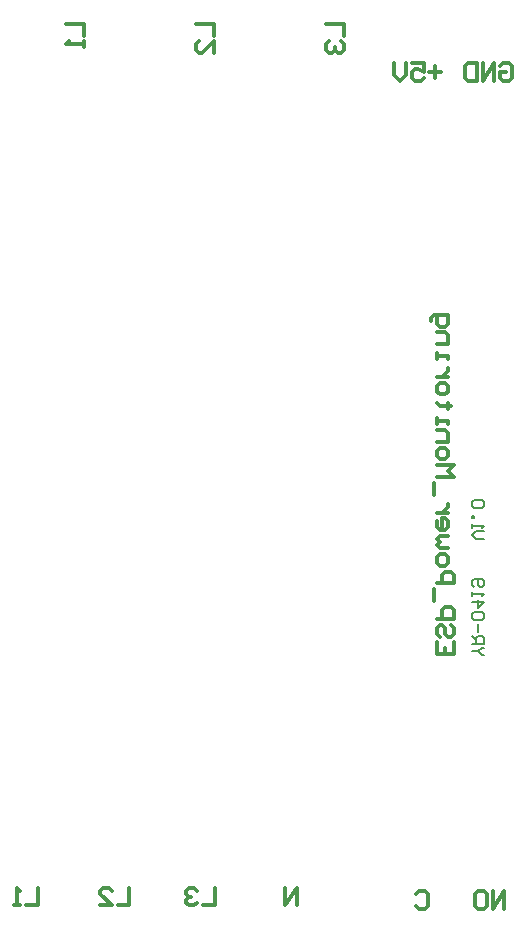
<source format=gbo>
G04*
G04 #@! TF.GenerationSoftware,Altium Limited,Altium Designer,19.0.14 (431)*
G04*
G04 Layer_Color=32896*
%FSLAX25Y25*%
%MOIN*%
G70*
G01*
G75*
%ADD10C,0.00787*%
%ADD14C,0.01181*%
D10*
X175589Y111495D02*
X174933D01*
X173621Y112807D01*
X174933Y114119D01*
X175589D01*
X173621Y112807D02*
X171653D01*
Y115430D02*
X175589D01*
Y117398D01*
X174933Y118054D01*
X173621D01*
X172966Y117398D01*
Y115430D01*
Y116742D02*
X171653Y118054D01*
X173621Y119366D02*
Y121990D01*
X174933Y123302D02*
X175589Y123958D01*
Y125270D01*
X174933Y125926D01*
X172310D01*
X171653Y125270D01*
Y123958D01*
X172310Y123302D01*
X174933D01*
X171653Y129206D02*
X175589D01*
X173621Y127238D01*
Y129861D01*
X171653Y131173D02*
Y132485D01*
Y131829D01*
X175589D01*
X174933Y131173D01*
X172310Y134453D02*
X171653Y135109D01*
Y136421D01*
X172310Y137077D01*
X174933D01*
X175589Y136421D01*
Y135109D01*
X174933Y134453D01*
X174277D01*
X173621Y135109D01*
Y137077D01*
X175589Y150196D02*
X172966D01*
X171653Y151508D01*
X172966Y152820D01*
X175589D01*
X171653Y154132D02*
Y155444D01*
Y154788D01*
X175589D01*
X174933Y154132D01*
X171653Y157412D02*
X172310D01*
Y158068D01*
X171653D01*
Y157412D01*
X174933Y160691D02*
X175589Y161347D01*
Y162659D01*
X174933Y163315D01*
X172310D01*
X171653Y162659D01*
Y161347D01*
X172310Y160691D01*
X174933D01*
D14*
X181104Y307872D02*
X182088Y308856D01*
X184055D01*
X185039Y307872D01*
Y303937D01*
X184055Y302953D01*
X182088D01*
X181104Y303937D01*
Y305905D01*
X183071D01*
X179136Y302953D02*
Y308856D01*
X175200Y302953D01*
Y308856D01*
X173232D02*
Y302953D01*
X170280D01*
X169297Y303937D01*
Y307872D01*
X170280Y308856D01*
X173232D01*
X161417Y305905D02*
X157482D01*
X159450Y307872D02*
Y303937D01*
X151578Y308856D02*
X155514D01*
Y305905D01*
X153546Y306889D01*
X152562D01*
X151578Y305905D01*
Y303937D01*
X152562Y302953D01*
X154530D01*
X155514Y303937D01*
X149610Y308856D02*
Y304921D01*
X147642Y302953D01*
X145674Y304921D01*
Y308856D01*
X123033Y322047D02*
X128937D01*
Y318111D01*
X124017Y316144D02*
X123033Y315160D01*
Y313192D01*
X124017Y312208D01*
X125001D01*
X125985Y313192D01*
Y314176D01*
Y313192D01*
X126969Y312208D01*
X127953D01*
X128937Y313192D01*
Y315160D01*
X127953Y316144D01*
X79726Y322047D02*
X85630D01*
Y318111D01*
Y312208D02*
Y316144D01*
X81694Y312208D01*
X80710D01*
X79726Y313192D01*
Y315160D01*
X80710Y316144D01*
X36419Y322047D02*
X42323D01*
Y318111D01*
Y316144D02*
Y314176D01*
Y315160D01*
X36419D01*
X37403Y316144D01*
X86024Y34052D02*
Y28149D01*
X82088D01*
X80120Y33068D02*
X79136Y34052D01*
X77168D01*
X76184Y33068D01*
Y32085D01*
X77168Y31101D01*
X78152D01*
X77168D01*
X76184Y30117D01*
Y29133D01*
X77168Y28149D01*
X79136D01*
X80120Y29133D01*
X113386Y28149D02*
Y34052D01*
X109450Y28149D01*
Y34052D01*
X57481D02*
Y28149D01*
X53545D01*
X47641D02*
X51577D01*
X47641Y32085D01*
Y33068D01*
X48625Y34052D01*
X50593D01*
X51577Y33068D01*
X26969Y34052D02*
Y28149D01*
X23033D01*
X21065D02*
X19097D01*
X20081D01*
Y34052D01*
X21065Y33068D01*
X182481Y26968D02*
Y32871D01*
X178545Y26968D01*
Y32871D01*
X173625D02*
X175593D01*
X176577Y31887D01*
Y27952D01*
X175593Y26968D01*
X173625D01*
X172641Y27952D01*
Y31887D01*
X173625Y32871D01*
X152954Y31887D02*
X153938Y32871D01*
X155906D01*
X156890Y31887D01*
Y27952D01*
X155906Y26968D01*
X153938D01*
X152954Y27952D01*
X165746Y115824D02*
Y111888D01*
X159843D01*
Y115824D01*
X162794Y111888D02*
Y113856D01*
X164762Y121728D02*
X165746Y120744D01*
Y118776D01*
X164762Y117792D01*
X163778D01*
X162794Y118776D01*
Y120744D01*
X161810Y121728D01*
X160826D01*
X159843Y120744D01*
Y118776D01*
X160826Y117792D01*
X159843Y123696D02*
X165746D01*
Y126647D01*
X164762Y127631D01*
X162794D01*
X161810Y126647D01*
Y123696D01*
X158859Y129599D02*
Y133535D01*
X159843Y135503D02*
X165746D01*
Y138455D01*
X164762Y139438D01*
X162794D01*
X161810Y138455D01*
Y135503D01*
X159843Y142390D02*
Y144358D01*
X160826Y145342D01*
X162794D01*
X163778Y144358D01*
Y142390D01*
X162794Y141406D01*
X160826D01*
X159843Y142390D01*
X163778Y147310D02*
X160826D01*
X159843Y148294D01*
X160826Y149278D01*
X159843Y150262D01*
X160826Y151246D01*
X163778D01*
X159843Y156165D02*
Y154198D01*
X160826Y153214D01*
X162794D01*
X163778Y154198D01*
Y156165D01*
X162794Y157149D01*
X161810D01*
Y153214D01*
X163778Y159117D02*
X159843D01*
X161810D01*
X162794Y160101D01*
X163778Y161085D01*
Y162069D01*
X158859Y165021D02*
Y168956D01*
X159843Y170924D02*
X165746D01*
X163778Y172892D01*
X165746Y174860D01*
X159843D01*
Y177812D02*
Y179780D01*
X160826Y180764D01*
X162794D01*
X163778Y179780D01*
Y177812D01*
X162794Y176828D01*
X160826D01*
X159843Y177812D01*
Y182732D02*
X163778D01*
Y185683D01*
X162794Y186667D01*
X159843D01*
Y188635D02*
Y190603D01*
Y189619D01*
X163778D01*
Y188635D01*
X164762Y194539D02*
X163778D01*
Y193555D01*
Y195523D01*
Y194539D01*
X160826D01*
X159843Y195523D01*
Y199459D02*
Y201426D01*
X160826Y202410D01*
X162794D01*
X163778Y201426D01*
Y199459D01*
X162794Y198475D01*
X160826D01*
X159843Y199459D01*
X163778Y204378D02*
X159843D01*
X161810D01*
X162794Y205362D01*
X163778Y206346D01*
Y207330D01*
X159843Y210282D02*
Y212250D01*
Y211266D01*
X163778D01*
Y210282D01*
X159843Y215201D02*
X163778D01*
Y218153D01*
X162794Y219137D01*
X159843D01*
X157875Y223073D02*
Y224057D01*
X158859Y225041D01*
X163778D01*
Y222089D01*
X162794Y221105D01*
X160826D01*
X159843Y222089D01*
Y225041D01*
M02*

</source>
